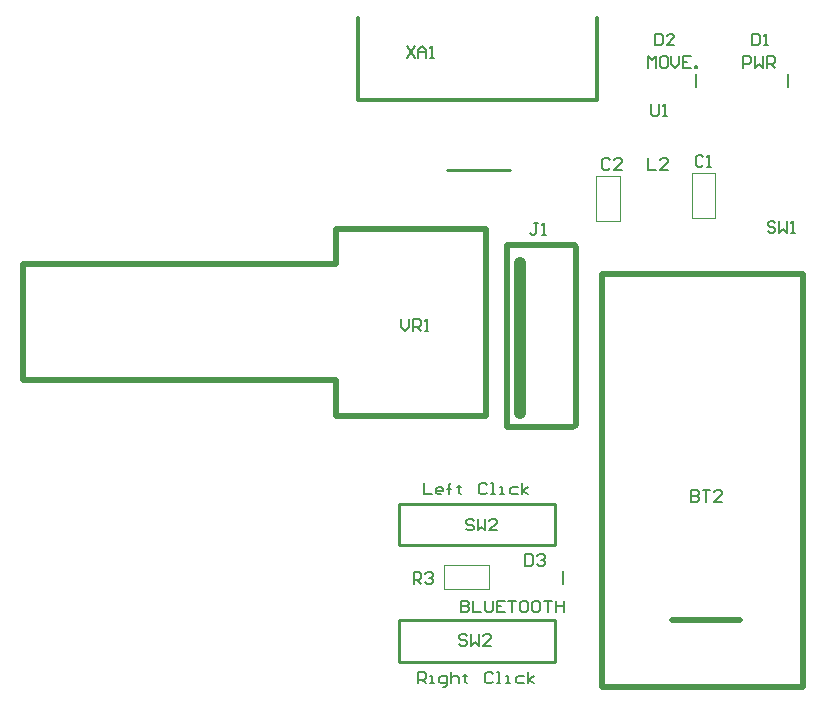
<source format=gto>
%FSLAX44Y44*%
%MOMM*%
G71*
G01*
G75*
G04 Layer_Color=65535*
%ADD10R,2.1800X1.6000*%
%ADD11R,1.0000X1.1000*%
%ADD12R,1.2500X1.1000*%
%ADD13R,3.2000X1.1200*%
%ADD14R,1.1000X1.0000*%
%ADD15R,1.1000X0.6000*%
%ADD16C,0.7000*%
%ADD17C,0.2540*%
%ADD18C,1.5240*%
%ADD19C,2.5000*%
%ADD20C,2.2000*%
%ADD21C,1.8000*%
%ADD22C,2.0000*%
%ADD23C,0.7000*%
%ADD24C,1.2700*%
%ADD25C,1.2100*%
%ADD26C,1.0000*%
%ADD27R,2.0000X0.6000*%
G04:AMPARAMS|DCode=28|XSize=2mm|YSize=0.8mm|CornerRadius=0.2mm|HoleSize=0mm|Usage=FLASHONLY|Rotation=270.000|XOffset=0mm|YOffset=0mm|HoleType=Round|Shape=RoundedRectangle|*
%AMROUNDEDRECTD28*
21,1,2.0000,0.4000,0,0,270.0*
21,1,1.6000,0.8000,0,0,270.0*
1,1,0.4000,-0.2000,-0.8000*
1,1,0.4000,-0.2000,0.8000*
1,1,0.4000,0.2000,0.8000*
1,1,0.4000,0.2000,-0.8000*
%
%ADD28ROUNDEDRECTD28*%
G04:AMPARAMS|DCode=29|XSize=2mm|YSize=0.8mm|CornerRadius=0.2mm|HoleSize=0mm|Usage=FLASHONLY|Rotation=0.000|XOffset=0mm|YOffset=0mm|HoleType=Round|Shape=RoundedRectangle|*
%AMROUNDEDRECTD29*
21,1,2.0000,0.4000,0,0,0.0*
21,1,1.6000,0.8000,0,0,0.0*
1,1,0.4000,0.8000,-0.2000*
1,1,0.4000,-0.8000,-0.2000*
1,1,0.4000,-0.8000,0.2000*
1,1,0.4000,0.8000,0.2000*
%
%ADD29ROUNDEDRECTD29*%
%ADD30C,0.5000*%
%ADD31C,1.0000*%
%ADD32C,0.1000*%
%ADD33C,0.2000*%
%ADD34C,0.3000*%
D17*
X42738Y28194D02*
X174738D01*
X42738Y63246D02*
X174738D01*
Y28194D02*
Y63246D01*
X42738Y28220D02*
Y63220D01*
Y126746D02*
X174738D01*
X42738Y161798D02*
X174738D01*
Y126746D02*
Y161798D01*
X42738Y126772D02*
Y161772D01*
X82804Y444246D02*
X136652D01*
D30*
X134014Y381030D02*
X191814D01*
X190096Y227030D02*
X192014Y228948D01*
X134014Y227030D02*
X190096D01*
X134014Y227330D02*
Y379730D01*
X192014Y228948D02*
Y379730D01*
X-10414Y236170D02*
X116586D01*
Y394970D01*
X-10414Y236170D02*
Y266870D01*
X-276114D02*
Y364970D01*
Y266870D02*
X-10414D01*
Y394970D02*
X116586D01*
X-10414Y364970D02*
Y394970D01*
X-276114Y364970D02*
X-10414D01*
X273572Y63500D02*
X331230D01*
X214734Y6750D02*
Y356750D01*
X384734Y6750D02*
Y356750D01*
X214734Y6750D02*
X384734D01*
X214734Y356750D02*
X384734D01*
D31*
X144922Y239268D02*
Y365506D01*
D32*
X290482Y404164D02*
X300482D01*
X290482D02*
Y442164D01*
X310482D01*
Y404164D02*
Y442164D01*
X300482Y404164D02*
X310482D01*
X209456Y401878D02*
X219456D01*
X209456D02*
Y439878D01*
X229456D01*
Y401878D02*
Y439878D01*
X219456Y401878D02*
X229456D01*
X119076Y90076D02*
Y100076D01*
X81076Y90076D02*
X119076D01*
X81076D02*
Y110076D01*
X119076Y100076D02*
Y110076D01*
X81076D02*
X119076D01*
D33*
X372110Y514858D02*
Y525780D01*
X294386Y514858D02*
Y525780D01*
X181610Y94488D02*
Y105410D01*
X49022Y549239D02*
X55687Y539242D01*
Y549239D02*
X49022Y539242D01*
X59019D02*
Y545906D01*
X62351Y549239D01*
X65683Y545906D01*
Y539242D01*
Y544240D01*
X59019D01*
X69016Y539242D02*
X72348D01*
X70682D01*
Y549239D01*
X69016Y547573D01*
X44196Y318607D02*
Y311942D01*
X47529Y308610D01*
X50861Y311942D01*
Y318607D01*
X54193Y308610D02*
Y318607D01*
X59191D01*
X60858Y316941D01*
Y313608D01*
X59191Y311942D01*
X54193D01*
X57525D02*
X60858Y308610D01*
X64190D02*
X67522D01*
X65856D01*
Y318607D01*
X64190Y316941D01*
X256286Y500471D02*
Y492140D01*
X257952Y490474D01*
X261284D01*
X262950Y492140D01*
Y500471D01*
X266283Y490474D02*
X269615D01*
X267949D01*
Y500471D01*
X266283Y498805D01*
X100391Y49733D02*
X98725Y51399D01*
X95392D01*
X93726Y49733D01*
Y48067D01*
X95392Y46400D01*
X98725D01*
X100391Y44734D01*
Y43068D01*
X98725Y41402D01*
X95392D01*
X93726Y43068D01*
X103723Y51399D02*
Y41402D01*
X107055Y44734D01*
X110387Y41402D01*
Y51399D01*
X120384Y41402D02*
X113720D01*
X120384Y48067D01*
Y49733D01*
X118718Y51399D01*
X115386D01*
X113720Y49733D01*
X105725Y147777D02*
X104059Y149443D01*
X100726D01*
X99060Y147777D01*
Y146110D01*
X100726Y144444D01*
X104059D01*
X105725Y142778D01*
Y141112D01*
X104059Y139446D01*
X100726D01*
X99060Y141112D01*
X109057Y149443D02*
Y139446D01*
X112389Y142778D01*
X115722Y139446D01*
Y149443D01*
X125718Y139446D02*
X119054D01*
X125718Y146110D01*
Y147777D01*
X124052Y149443D01*
X120720D01*
X119054Y147777D01*
X361249Y399745D02*
X359582Y401411D01*
X356250D01*
X354584Y399745D01*
Y398078D01*
X356250Y396412D01*
X359582D01*
X361249Y394746D01*
Y393080D01*
X359582Y391414D01*
X356250D01*
X354584Y393080D01*
X364581Y401411D02*
Y391414D01*
X367913Y394746D01*
X371245Y391414D01*
Y401411D01*
X374578Y391414D02*
X377910D01*
X376244D01*
Y401411D01*
X374578Y399745D01*
X54864Y94488D02*
Y104485D01*
X59862D01*
X61529Y102819D01*
Y99486D01*
X59862Y97820D01*
X54864D01*
X58196D02*
X61529Y94488D01*
X64861Y102819D02*
X66527Y104485D01*
X69859D01*
X71525Y102819D01*
Y101152D01*
X69859Y99486D01*
X68193D01*
X69859D01*
X71525Y97820D01*
Y96154D01*
X69859Y94488D01*
X66527D01*
X64861Y96154D01*
X253746Y455005D02*
Y445008D01*
X260411D01*
X270408D02*
X263743D01*
X270408Y451673D01*
Y453339D01*
X268741Y455005D01*
X265409D01*
X263743Y453339D01*
X160081Y399379D02*
X156749D01*
X158415D01*
Y391048D01*
X156749Y389382D01*
X155082D01*
X153416Y391048D01*
X163413Y389382D02*
X166745D01*
X165079D01*
Y399379D01*
X163413Y397713D01*
X149352Y119725D02*
Y109728D01*
X154350D01*
X156017Y111394D01*
Y118059D01*
X154350Y119725D01*
X149352D01*
X159349Y118059D02*
X161015Y119725D01*
X164347D01*
X166013Y118059D01*
Y116392D01*
X164347Y114726D01*
X162681D01*
X164347D01*
X166013Y113060D01*
Y111394D01*
X164347Y109728D01*
X161015D01*
X159349Y111394D01*
X259080Y560161D02*
Y550164D01*
X264079D01*
X265745Y551830D01*
Y558495D01*
X264079Y560161D01*
X259080D01*
X275741Y550164D02*
X269077D01*
X275741Y556828D01*
Y558495D01*
X274075Y560161D01*
X270743D01*
X269077Y558495D01*
X341376Y560161D02*
Y550164D01*
X346375D01*
X348041Y551830D01*
Y558495D01*
X346375Y560161D01*
X341376D01*
X351373Y550164D02*
X354705D01*
X353039D01*
Y560161D01*
X351373Y558495D01*
X221295Y452831D02*
X219629Y454497D01*
X216296D01*
X214630Y452831D01*
Y446166D01*
X216296Y444500D01*
X219629D01*
X221295Y446166D01*
X231292Y444500D02*
X224627D01*
X231292Y451165D01*
Y452831D01*
X229625Y454497D01*
X226293D01*
X224627Y452831D01*
X300289Y455371D02*
X298623Y457037D01*
X295290D01*
X293624Y455371D01*
Y448706D01*
X295290Y447040D01*
X298623D01*
X300289Y448706D01*
X303621Y447040D02*
X306953D01*
X305287D01*
Y457037D01*
X303621Y455371D01*
X289560Y173827D02*
Y163830D01*
X294558D01*
X296224Y165496D01*
Y167162D01*
X294558Y168828D01*
X289560D01*
X294558D01*
X296224Y170494D01*
Y172161D01*
X294558Y173827D01*
X289560D01*
X299557D02*
X306221D01*
X302889D01*
Y163830D01*
X316218D02*
X309554D01*
X316218Y170494D01*
Y172161D01*
X314552Y173827D01*
X311220D01*
X309554Y172161D01*
X63500Y179923D02*
Y169926D01*
X70164D01*
X78495D02*
X75163D01*
X73497Y171592D01*
Y174924D01*
X75163Y176590D01*
X78495D01*
X80161Y174924D01*
Y173258D01*
X73497D01*
X85160Y169926D02*
Y178257D01*
Y174924D01*
X83494D01*
X86826D01*
X85160D01*
Y178257D01*
X86826Y179923D01*
X93490Y178257D02*
Y176590D01*
X91824D01*
X95156D01*
X93490D01*
Y171592D01*
X95156Y169926D01*
X116816Y178257D02*
X115150Y179923D01*
X111818D01*
X110152Y178257D01*
Y171592D01*
X111818Y169926D01*
X115150D01*
X116816Y171592D01*
X120148Y169926D02*
X123481D01*
X121814D01*
Y179923D01*
X120148D01*
X128479Y169926D02*
X131811D01*
X130145D01*
Y176590D01*
X128479D01*
X143474D02*
X138476D01*
X136810Y174924D01*
Y171592D01*
X138476Y169926D01*
X143474D01*
X146806D02*
Y179923D01*
Y173258D02*
X151805Y176590D01*
X146806Y173258D02*
X151805Y169926D01*
X58502Y9906D02*
Y19903D01*
X63500D01*
X65166Y18237D01*
Y14904D01*
X63500Y13238D01*
X58502D01*
X61834D02*
X65166Y9906D01*
X68498D02*
X71831D01*
X70164D01*
Y16571D01*
X68498D01*
X80161Y6574D02*
X81827D01*
X83493Y8240D01*
Y16571D01*
X78495D01*
X76829Y14904D01*
Y11572D01*
X78495Y9906D01*
X83493D01*
X86826Y19903D02*
Y9906D01*
Y14904D01*
X88492Y16571D01*
X91824D01*
X93490Y14904D01*
Y9906D01*
X98489Y18237D02*
Y16571D01*
X96823D01*
X100155D01*
X98489D01*
Y11572D01*
X100155Y9906D01*
X121814Y18237D02*
X120148Y19903D01*
X116816D01*
X115150Y18237D01*
Y11572D01*
X116816Y9906D01*
X120148D01*
X121814Y11572D01*
X125147Y9906D02*
X128479D01*
X126813D01*
Y19903D01*
X125147D01*
X133477Y9906D02*
X136810D01*
X135144D01*
Y16571D01*
X133477D01*
X148473D02*
X143474D01*
X141808Y14904D01*
Y11572D01*
X143474Y9906D01*
X148473D01*
X151805D02*
Y19903D01*
Y13238D02*
X156803Y16571D01*
X151805Y13238D02*
X156803Y9906D01*
X95250Y80101D02*
Y70104D01*
X100248D01*
X101915Y71770D01*
Y73436D01*
X100248Y75102D01*
X95250D01*
X100248D01*
X101915Y76768D01*
Y78435D01*
X100248Y80101D01*
X95250D01*
X105247D02*
Y70104D01*
X111911D01*
X115244Y80101D02*
Y71770D01*
X116910Y70104D01*
X120242D01*
X121908Y71770D01*
Y80101D01*
X131905D02*
X125240D01*
Y70104D01*
X131905D01*
X125240Y75102D02*
X128573D01*
X135237Y80101D02*
X141902D01*
X138569D01*
Y70104D01*
X150232Y80101D02*
X146900D01*
X145234Y78435D01*
Y71770D01*
X146900Y70104D01*
X150232D01*
X151898Y71770D01*
Y78435D01*
X150232Y80101D01*
X160229D02*
X156897D01*
X155231Y78435D01*
Y71770D01*
X156897Y70104D01*
X160229D01*
X161895Y71770D01*
Y78435D01*
X160229Y80101D01*
X165228D02*
X171892D01*
X168560D01*
Y70104D01*
X175224Y80101D02*
Y70104D01*
Y75102D01*
X181889D01*
Y80101D01*
Y70104D01*
X253238Y531114D02*
Y541111D01*
X256570Y537779D01*
X259903Y541111D01*
Y531114D01*
X268233Y541111D02*
X264901D01*
X263235Y539445D01*
Y532780D01*
X264901Y531114D01*
X268233D01*
X269899Y532780D01*
Y539445D01*
X268233Y541111D01*
X273232D02*
Y534446D01*
X276564Y531114D01*
X279896Y534446D01*
Y541111D01*
X289893D02*
X283228D01*
Y531114D01*
X289893D01*
X283228Y536112D02*
X286561D01*
X293225Y531114D02*
Y532780D01*
X294891D01*
Y531114D01*
X293225D01*
X334010D02*
Y541111D01*
X339009D01*
X340675Y539445D01*
Y536112D01*
X339009Y534446D01*
X334010D01*
X344007Y541111D02*
Y531114D01*
X347339Y534446D01*
X350672Y531114D01*
Y541111D01*
X354004Y531114D02*
Y541111D01*
X359002D01*
X360668Y539445D01*
Y536112D01*
X359002Y534446D01*
X354004D01*
X357336D02*
X360668Y531114D01*
D34*
X7466Y504164D02*
X210466D01*
X7466D02*
Y573164D01*
X210466Y504164D02*
Y573164D01*
M02*

</source>
